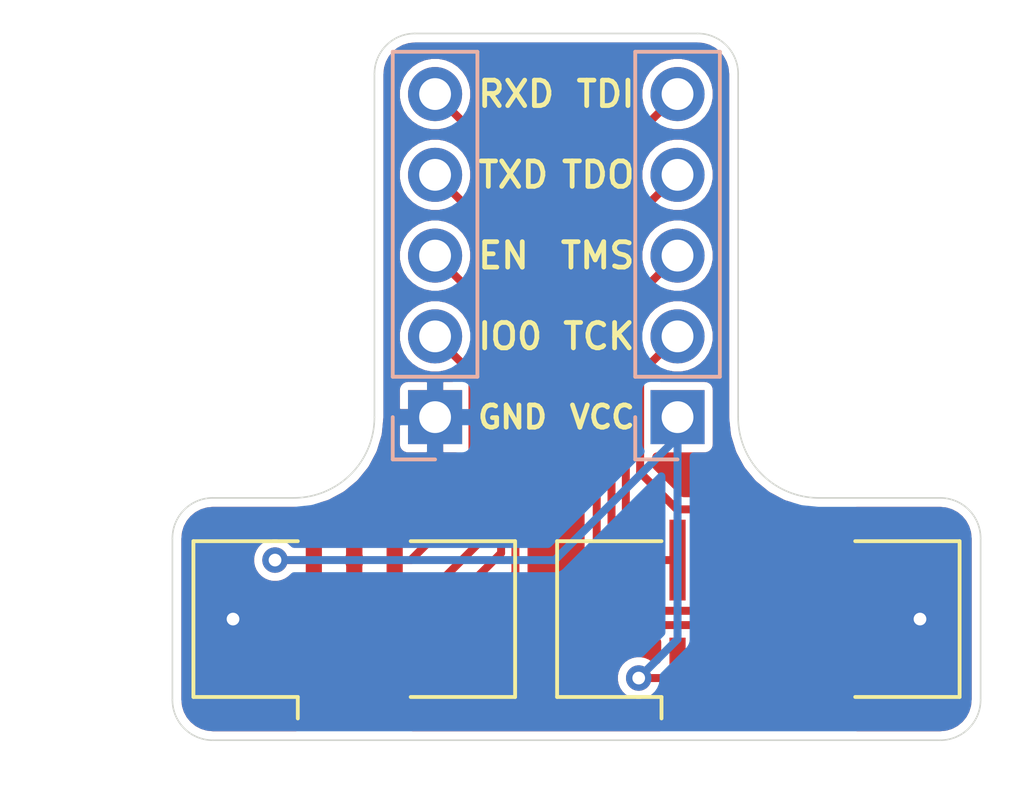
<source format=kicad_pcb>
(kicad_pcb (version 20171130) (host pcbnew "(5.1.5)-3")

  (general
    (thickness 1.6)
    (drawings 26)
    (tracks 60)
    (zones 0)
    (modules 4)
    (nets 11)
  )

  (page A4)
  (layers
    (0 F.Cu signal)
    (31 B.Cu signal)
    (32 B.Adhes user)
    (33 F.Adhes user)
    (34 B.Paste user)
    (35 F.Paste user)
    (36 B.SilkS user)
    (37 F.SilkS user)
    (38 B.Mask user)
    (39 F.Mask user)
    (40 Dwgs.User user)
    (41 Cmts.User user)
    (42 Eco1.User user)
    (43 Eco2.User user)
    (44 Edge.Cuts user)
    (45 Margin user)
    (46 B.CrtYd user)
    (47 F.CrtYd user)
    (48 B.Fab user)
    (49 F.Fab user)
  )

  (setup
    (last_trace_width 0.25)
    (user_trace_width 0.508)
    (trace_clearance 0.2)
    (zone_clearance 0.256)
    (zone_45_only yes)
    (trace_min 0.2)
    (via_size 0.8)
    (via_drill 0.4)
    (via_min_size 0.4)
    (via_min_drill 0.3)
    (uvia_size 0.3)
    (uvia_drill 0.1)
    (uvias_allowed no)
    (uvia_min_size 0.2)
    (uvia_min_drill 0.1)
    (edge_width 0.05)
    (segment_width 0.2)
    (pcb_text_width 0.3)
    (pcb_text_size 1.5 1.5)
    (mod_edge_width 0.12)
    (mod_text_size 1 1)
    (mod_text_width 0.15)
    (pad_size 2.54 0.508)
    (pad_drill 0)
    (pad_to_mask_clearance 0.051)
    (solder_mask_min_width 0.25)
    (aux_axis_origin 0 0)
    (visible_elements 7FFFFFFF)
    (pcbplotparams
      (layerselection 0x010fc_ffffffff)
      (usegerberextensions false)
      (usegerberattributes false)
      (usegerberadvancedattributes false)
      (creategerberjobfile false)
      (excludeedgelayer true)
      (linewidth 0.100000)
      (plotframeref false)
      (viasonmask false)
      (mode 1)
      (useauxorigin false)
      (hpglpennumber 1)
      (hpglpenspeed 20)
      (hpglpendiameter 15.000000)
      (psnegative false)
      (psa4output false)
      (plotreference true)
      (plotvalue true)
      (plotinvisibletext false)
      (padsonsilk false)
      (subtractmaskfromsilk true)
      (outputformat 1)
      (mirror false)
      (drillshape 0)
      (scaleselection 1)
      (outputdirectory "gerbers"))
  )

  (net 0 "")
  (net 1 /IO0)
  (net 2 GND)
  (net 3 VCC)
  (net 4 /RXD)
  (net 5 /TXD)
  (net 6 /EN)
  (net 7 /TDI)
  (net 8 /TDO)
  (net 9 /TCK)
  (net 10 /TMS)

  (net_class Default "This is the default net class."
    (clearance 0.2)
    (trace_width 0.25)
    (via_dia 0.8)
    (via_drill 0.4)
    (uvia_dia 0.3)
    (uvia_drill 0.1)
    (add_net /EN)
    (add_net /IO0)
    (add_net /RXD)
    (add_net /TCK)
    (add_net /TDI)
    (add_net /TDO)
    (add_net /TMS)
    (add_net /TXD)
    (add_net GND)
    (add_net VCC)
  )

  (module Connector_PinHeader_2.54mm:PinHeader_1x05_P2.54mm_Vertical (layer B.Cu) (tedit 59FED5CC) (tstamp 5FF63B0B)
    (at 74.93 81.915)
    (descr "Through hole straight pin header, 1x05, 2.54mm pitch, single row")
    (tags "Through hole pin header THT 1x05 2.54mm single row")
    (path /5FF6600E)
    (fp_text reference J4 (at 1.905 -6.35 180) (layer B.SilkS) hide
      (effects (font (size 0.5 0.5) (thickness 0.125)) (justify right mirror))
    )
    (fp_text value Conn_01x05_Male (at 11.43 -6.35 270) (layer B.Fab)
      (effects (font (size 1 1) (thickness 0.15)))
    )
    (fp_text user %R (at 0 -5.08 -90) (layer B.Fab)
      (effects (font (size 1 1) (thickness 0.15)) (justify mirror))
    )
    (fp_line (start 1.8 1.8) (end -1.8 1.8) (layer B.CrtYd) (width 0.05))
    (fp_line (start 1.8 -11.95) (end 1.8 1.8) (layer B.CrtYd) (width 0.05))
    (fp_line (start -1.8 -11.95) (end 1.8 -11.95) (layer B.CrtYd) (width 0.05))
    (fp_line (start -1.8 1.8) (end -1.8 -11.95) (layer B.CrtYd) (width 0.05))
    (fp_line (start -1.33 1.33) (end 0 1.33) (layer B.SilkS) (width 0.12))
    (fp_line (start -1.33 0) (end -1.33 1.33) (layer B.SilkS) (width 0.12))
    (fp_line (start -1.33 -1.27) (end 1.33 -1.27) (layer B.SilkS) (width 0.12))
    (fp_line (start 1.33 -1.27) (end 1.33 -11.49) (layer B.SilkS) (width 0.12))
    (fp_line (start -1.33 -1.27) (end -1.33 -11.49) (layer B.SilkS) (width 0.12))
    (fp_line (start -1.33 -11.49) (end 1.33 -11.49) (layer B.SilkS) (width 0.12))
    (fp_line (start -1.27 0.635) (end -0.635 1.27) (layer B.Fab) (width 0.1))
    (fp_line (start -1.27 -11.43) (end -1.27 0.635) (layer B.Fab) (width 0.1))
    (fp_line (start 1.27 -11.43) (end -1.27 -11.43) (layer B.Fab) (width 0.1))
    (fp_line (start 1.27 1.27) (end 1.27 -11.43) (layer B.Fab) (width 0.1))
    (fp_line (start -0.635 1.27) (end 1.27 1.27) (layer B.Fab) (width 0.1))
    (pad 5 thru_hole oval (at 0 -10.16) (size 1.7 1.7) (drill 1) (layers *.Cu *.Mask)
      (net 4 /RXD))
    (pad 4 thru_hole oval (at 0 -7.62) (size 1.7 1.7) (drill 1) (layers *.Cu *.Mask)
      (net 5 /TXD))
    (pad 3 thru_hole oval (at 0 -5.08) (size 1.7 1.7) (drill 1) (layers *.Cu *.Mask)
      (net 6 /EN))
    (pad 2 thru_hole oval (at 0 -2.54) (size 1.7 1.7) (drill 1) (layers *.Cu *.Mask)
      (net 1 /IO0))
    (pad 1 thru_hole rect (at 0 0) (size 1.7 1.7) (drill 1) (layers *.Cu *.Mask)
      (net 2 GND))
    (model ${KISYS3DMOD}/Connector_PinHeader_2.54mm.3dshapes/PinHeader_1x05_P2.54mm_Vertical.wrl
      (at (xyz 0 0 0))
      (scale (xyz 1 1 1))
      (rotate (xyz 0 0 0))
    )
  )

  (module Connector_PinHeader_2.54mm:PinHeader_1x05_P2.54mm_Vertical (layer B.Cu) (tedit 59FED5CC) (tstamp 5FF63AF2)
    (at 82.55 81.915)
    (descr "Through hole straight pin header, 1x05, 2.54mm pitch, single row")
    (tags "Through hole pin header THT 1x05 2.54mm single row")
    (path /5FF658C1)
    (fp_text reference J3 (at -1.905 -6.35) (layer B.SilkS) hide
      (effects (font (size 0.5 0.5) (thickness 0.125)) (justify left mirror))
    )
    (fp_text value Conn_01x05_Male (at -11.43 -6.35 270) (layer B.Fab)
      (effects (font (size 1 1) (thickness 0.15)))
    )
    (fp_text user %R (at 0 -5.08 -90) (layer B.Fab)
      (effects (font (size 1 1) (thickness 0.15)) (justify mirror))
    )
    (fp_line (start 1.8 1.8) (end -1.8 1.8) (layer B.CrtYd) (width 0.05))
    (fp_line (start 1.8 -11.95) (end 1.8 1.8) (layer B.CrtYd) (width 0.05))
    (fp_line (start -1.8 -11.95) (end 1.8 -11.95) (layer B.CrtYd) (width 0.05))
    (fp_line (start -1.8 1.8) (end -1.8 -11.95) (layer B.CrtYd) (width 0.05))
    (fp_line (start -1.33 1.33) (end 0 1.33) (layer B.SilkS) (width 0.12))
    (fp_line (start -1.33 0) (end -1.33 1.33) (layer B.SilkS) (width 0.12))
    (fp_line (start -1.33 -1.27) (end 1.33 -1.27) (layer B.SilkS) (width 0.12))
    (fp_line (start 1.33 -1.27) (end 1.33 -11.49) (layer B.SilkS) (width 0.12))
    (fp_line (start -1.33 -1.27) (end -1.33 -11.49) (layer B.SilkS) (width 0.12))
    (fp_line (start -1.33 -11.49) (end 1.33 -11.49) (layer B.SilkS) (width 0.12))
    (fp_line (start -1.27 0.635) (end -0.635 1.27) (layer B.Fab) (width 0.1))
    (fp_line (start -1.27 -11.43) (end -1.27 0.635) (layer B.Fab) (width 0.1))
    (fp_line (start 1.27 -11.43) (end -1.27 -11.43) (layer B.Fab) (width 0.1))
    (fp_line (start 1.27 1.27) (end 1.27 -11.43) (layer B.Fab) (width 0.1))
    (fp_line (start -0.635 1.27) (end 1.27 1.27) (layer B.Fab) (width 0.1))
    (pad 5 thru_hole oval (at 0 -10.16) (size 1.7 1.7) (drill 1) (layers *.Cu *.Mask)
      (net 7 /TDI))
    (pad 4 thru_hole oval (at 0 -7.62) (size 1.7 1.7) (drill 1) (layers *.Cu *.Mask)
      (net 8 /TDO))
    (pad 3 thru_hole oval (at 0 -5.08) (size 1.7 1.7) (drill 1) (layers *.Cu *.Mask)
      (net 10 /TMS))
    (pad 2 thru_hole oval (at 0 -2.54) (size 1.7 1.7) (drill 1) (layers *.Cu *.Mask)
      (net 9 /TCK))
    (pad 1 thru_hole rect (at 0 0) (size 1.7 1.7) (drill 1) (layers *.Cu *.Mask)
      (net 3 VCC))
    (model ${KISYS3DMOD}/Connector_PinHeader_2.54mm.3dshapes/PinHeader_1x05_P2.54mm_Vertical.wrl
      (at (xyz 0 0 0))
      (scale (xyz 1 1 1))
      (rotate (xyz 0 0 0))
    )
  )

  (module Connector_IDC:IDC-Header_2x05_P1.27mm_Vertical_SMD (layer F.Cu) (tedit 5FC1A58E) (tstamp 5FF63AD9)
    (at 82.55 88.9 90)
    (descr "Surface mounted IDC box header, 2x05, 1.27mm pitch, double rows (")
    (tags "Surface mounted vertical IDC box header SMD 2x05 1.27mm double row")
    (path /5FF64F81)
    (attr smd)
    (fp_text reference J2 (at -2.54 -1.905 180) (layer F.SilkS) hide
      (effects (font (size 0.5 0.5) (thickness 0.125)) (justify left))
    )
    (fp_text value ESP-PROG-Debug (at -4.445 3.81 180) (layer F.Fab)
      (effects (font (size 1 1) (thickness 0.15)))
    )
    (fp_text user %R (at 0.635 2.54) (layer F.Fab)
      (effects (font (size 1 1) (thickness 0.15)))
    )
    (fp_line (start 4.26 -4.185) (end -2.99 -4.185) (layer F.CrtYd) (width 0.05))
    (fp_line (start 4.26 9.265) (end 4.26 -4.185) (layer F.CrtYd) (width 0.05))
    (fp_line (start -2.99 9.265) (end 4.26 9.265) (layer F.CrtYd) (width 0.05))
    (fp_line (start -2.99 -4.185) (end -2.99 9.265) (layer F.CrtYd) (width 0.05))
    (fp_line (start 3.085 8.865) (end 3.085 5.584) (layer F.SilkS) (width 0.12))
    (fp_line (start -1.815 8.865) (end 3.085 8.865) (layer F.SilkS) (width 0.12))
    (fp_line (start -1.815 5.584) (end -1.815 8.865) (layer F.SilkS) (width 0.12))
    (fp_line (start 3.085 -3.785) (end 3.085 -0.504) (layer F.SilkS) (width 0.12))
    (fp_line (start -1.815 -3.785) (end 3.085 -3.785) (layer F.SilkS) (width 0.12))
    (fp_line (start -1.815 -0.504) (end -1.815 -3.785) (layer F.SilkS) (width 0.12))
    (fp_line (start -2.49 -0.504) (end -1.815 -0.504) (layer F.SilkS) (width 0.12))
    (fp_line (start -0.715 4.59) (end -1.715 4.59) (layer F.Fab) (width 0.1))
    (fp_line (start -0.715 7.765) (end -0.715 4.59) (layer F.Fab) (width 0.1))
    (fp_line (start 1.985 7.765) (end -0.715 7.765) (layer F.Fab) (width 0.1))
    (fp_line (start 1.985 -2.685) (end 1.985 7.765) (layer F.Fab) (width 0.1))
    (fp_line (start -0.715 -2.685) (end 1.985 -2.685) (layer F.Fab) (width 0.1))
    (fp_line (start -0.715 0.49) (end -0.715 -2.685) (layer F.Fab) (width 0.1))
    (fp_line (start -1.715 0.49) (end -0.715 0.49) (layer F.Fab) (width 0.1))
    (fp_line (start -1.715 8.765) (end -1.715 -2.685) (layer F.Fab) (width 0.1))
    (fp_line (start 2.985 8.765) (end -1.715 8.765) (layer F.Fab) (width 0.1))
    (fp_line (start 2.985 -3.685) (end 2.985 8.765) (layer F.Fab) (width 0.1))
    (fp_line (start -0.715 -3.685) (end 2.985 -3.685) (layer F.Fab) (width 0.1))
    (fp_line (start -1.715 -2.685) (end -0.715 -3.685) (layer F.Fab) (width 0.1))
    (pad 10 smd rect (at 2.49 5.08 90) (size 2.54 0.508) (layers F.Cu F.Paste F.Mask))
    (pad 8 smd rect (at 2.49 3.81 90) (size 2.54 0.508) (layers F.Cu F.Paste F.Mask)
      (net 7 /TDI))
    (pad 6 smd rect (at 2.49 2.54 90) (size 2.54 0.508) (layers F.Cu F.Paste F.Mask)
      (net 8 /TDO))
    (pad 4 smd rect (at 2.49 1.27 90) (size 2.54 0.508) (layers F.Cu F.Paste F.Mask)
      (net 9 /TCK))
    (pad 2 smd rect (at 2.49 0 90) (size 2.54 0.508) (layers F.Cu F.Paste F.Mask)
      (net 10 /TMS))
    (pad 9 smd rect (at -1.22 5.08 90) (size 2.54 0.508) (layers F.Cu F.Paste F.Mask)
      (net 2 GND))
    (pad 7 smd rect (at -1.22 3.81 90) (size 2.54 0.508) (layers F.Cu F.Paste F.Mask)
      (net 2 GND))
    (pad 5 smd rect (at -1.22 2.54 90) (size 2.54 0.508) (layers F.Cu F.Paste F.Mask)
      (net 2 GND))
    (pad 3 smd rect (at -1.22 1.27 90) (size 2.54 0.508) (layers F.Cu F.Paste F.Mask)
      (net 2 GND))
    (pad 1 smd rect (at -1.22 0 90) (size 2.54 0.508) (layers F.Cu F.Paste F.Mask)
      (net 3 VCC))
    (model ${KISYS3DMOD}/Connector_IDC.3dshapes/IDC-Header_2x05_P1.27mm_Vertical_SMD.wrl
      (at (xyz 0 0 0))
      (scale (xyz 1 1 1))
      (rotate (xyz 0 0 0))
    )
  )

  (module Connector_IDC:IDC-Header_2x03_P1.27mm_Vertical_SMD (layer F.Cu) (tedit 6003331D) (tstamp 5FF63AB3)
    (at 71.12 88.9 90)
    (descr "Surface mounted IDC box header, 2x03, 1.27mm pitch, double rows (")
    (tags "Surface mounted vertical IDC box header SMD 2x03 1.27mm double row")
    (path /5FF64B1B)
    (attr smd)
    (fp_text reference J1 (at -2.54 4.445 180) (layer F.SilkS) hide
      (effects (font (size 0.5 0.5) (thickness 0.125)) (justify right))
    )
    (fp_text value ESP-PROG-Program (at -4.445 -1.905 180) (layer F.Fab)
      (effects (font (size 1 1) (thickness 0.15)))
    )
    (fp_text user %R (at 0.635 1.27) (layer F.Fab)
      (effects (font (size 1 1) (thickness 0.15)))
    )
    (fp_line (start 4.26 -4.185) (end -2.99 -4.185) (layer F.CrtYd) (width 0.05))
    (fp_line (start 4.26 6.725) (end 4.26 -4.185) (layer F.CrtYd) (width 0.05))
    (fp_line (start -2.99 6.725) (end 4.26 6.725) (layer F.CrtYd) (width 0.05))
    (fp_line (start -2.99 -4.185) (end -2.99 6.725) (layer F.CrtYd) (width 0.05))
    (fp_line (start 3.085 6.325) (end 3.085 3.044) (layer F.SilkS) (width 0.12))
    (fp_line (start -1.815 6.325) (end 3.085 6.325) (layer F.SilkS) (width 0.12))
    (fp_line (start -1.815 3.044) (end -1.815 6.325) (layer F.SilkS) (width 0.12))
    (fp_line (start 3.085 -3.785) (end 3.085 -0.504) (layer F.SilkS) (width 0.12))
    (fp_line (start -1.815 -3.785) (end 3.085 -3.785) (layer F.SilkS) (width 0.12))
    (fp_line (start -1.815 -0.504) (end -1.815 -3.785) (layer F.SilkS) (width 0.12))
    (fp_line (start -2.49 -0.504) (end -1.815 -0.504) (layer F.SilkS) (width 0.12))
    (fp_line (start -0.715 3.32) (end -1.715 3.32) (layer F.Fab) (width 0.1))
    (fp_line (start -0.715 5.225) (end -0.715 3.32) (layer F.Fab) (width 0.1))
    (fp_line (start 1.985 5.225) (end -0.715 5.225) (layer F.Fab) (width 0.1))
    (fp_line (start 1.985 -2.685) (end 1.985 5.225) (layer F.Fab) (width 0.1))
    (fp_line (start -0.715 -2.685) (end 1.985 -2.685) (layer F.Fab) (width 0.1))
    (fp_line (start -0.715 -0.78) (end -0.715 -2.685) (layer F.Fab) (width 0.1))
    (fp_line (start -1.715 -0.78) (end -0.715 -0.78) (layer F.Fab) (width 0.1))
    (fp_line (start -1.715 6.225) (end -1.715 -2.685) (layer F.Fab) (width 0.1))
    (fp_line (start 2.985 6.225) (end -1.715 6.225) (layer F.Fab) (width 0.1))
    (fp_line (start 2.985 -3.685) (end 2.985 6.225) (layer F.Fab) (width 0.1))
    (fp_line (start -0.715 -3.685) (end 2.985 -3.685) (layer F.Fab) (width 0.1))
    (fp_line (start -1.715 -2.685) (end -0.715 -3.685) (layer F.Fab) (width 0.1))
    (pad 6 smd rect (at 2.49 2.54 90) (size 2.54 0.508) (layers F.Cu F.Paste F.Mask)
      (net 1 /IO0))
    (pad 4 smd rect (at 2.49 1.27 90) (size 2.54 0.508) (layers F.Cu F.Paste F.Mask)
      (net 2 GND))
    (pad 2 smd rect (at 2.49 0 90) (size 2.54 0.508) (layers F.Cu F.Paste F.Mask)
      (net 3 VCC))
    (pad 5 smd rect (at -1.22 2.54 90) (size 2.54 0.508) (layers F.Cu F.Paste F.Mask)
      (net 4 /RXD))
    (pad 3 smd rect (at -1.22 1.27 90) (size 2.54 0.508) (layers F.Cu F.Paste F.Mask)
      (net 5 /TXD))
    (pad 1 smd rect (at -1.22 0 90) (size 2.54 0.508) (layers F.Cu F.Paste F.Mask)
      (net 6 /EN))
    (model ${KISYS3DMOD}/Connector_IDC.3dshapes/IDC-Header_2x03_P1.27mm_Vertical_SMD.wrl
      (at (xyz 0 0 0))
      (scale (xyz 1 1 1))
      (rotate (xyz 0 0 0))
    )
  )

  (gr_text GND (at 76.2 81.915) (layer F.SilkS) (tstamp 5FF64205)
    (effects (font (size 0.7 0.7) (thickness 0.15)) (justify left))
  )
  (gr_text TMS (at 81.28 76.835) (layer F.SilkS) (tstamp 5FF64202)
    (effects (font (size 0.8 0.8) (thickness 0.15)) (justify right))
  )
  (gr_text TCK (at 81.28 79.375) (layer F.SilkS) (tstamp 5FF641FF)
    (effects (font (size 0.8 0.8) (thickness 0.15)) (justify right))
  )
  (gr_text TDO (at 81.28 74.295) (layer F.SilkS) (tstamp 5FF641FC)
    (effects (font (size 0.8 0.8) (thickness 0.15)) (justify right))
  )
  (gr_text VCC (at 81.28 81.915) (layer F.SilkS) (tstamp 5FF641F5)
    (effects (font (size 0.7 0.7) (thickness 0.15)) (justify right))
  )
  (gr_text EN (at 76.2 76.835) (layer F.SilkS) (tstamp 5FF641F2)
    (effects (font (size 0.8 0.8) (thickness 0.15)) (justify left))
  )
  (gr_text TXD (at 76.2 74.295) (layer F.SilkS) (tstamp 5FF641EE)
    (effects (font (size 0.8 0.8) (thickness 0.15)) (justify left))
  )
  (gr_text RXD (at 76.2 71.755) (layer F.SilkS) (tstamp 5FF641EA)
    (effects (font (size 0.8 0.8) (thickness 0.15)) (justify left))
  )
  (gr_text TDI (at 81.28 71.755) (layer F.SilkS) (tstamp 5FF641C4)
    (effects (font (size 0.8 0.8) (thickness 0.15)) (justify right))
  )
  (gr_text IO0 (at 76.2 79.375) (layer F.SilkS)
    (effects (font (size 0.8 0.8) (thickness 0.15)) (justify left))
  )
  (gr_arc (start 90.805 85.725) (end 92.075 85.725) (angle -90) (layer Edge.Cuts) (width 0.05))
  (gr_arc (start 90.805 90.805) (end 90.805 92.075) (angle -90) (layer Edge.Cuts) (width 0.05))
  (gr_arc (start 67.945 90.805) (end 66.675 90.805) (angle -90) (layer Edge.Cuts) (width 0.05))
  (gr_arc (start 67.945 85.725) (end 67.945 84.455) (angle -90) (layer Edge.Cuts) (width 0.05))
  (gr_arc (start 86.995 81.915) (end 84.455 81.915) (angle -90) (layer Edge.Cuts) (width 0.05))
  (gr_arc (start 70.485 81.915) (end 70.485 84.455) (angle -90) (layer Edge.Cuts) (width 0.05))
  (gr_arc (start 74.295 71.12) (end 74.295 69.85) (angle -90) (layer Edge.Cuts) (width 0.05))
  (gr_arc (start 83.185 71.12) (end 84.455 71.12) (angle -90) (layer Edge.Cuts) (width 0.05))
  (gr_line (start 83.185 69.85) (end 74.295 69.85) (layer Edge.Cuts) (width 0.05))
  (gr_line (start 84.455 81.915) (end 84.455 71.12) (layer Edge.Cuts) (width 0.05))
  (gr_line (start 90.805 84.455) (end 86.995 84.455) (layer Edge.Cuts) (width 0.05))
  (gr_line (start 92.075 90.805) (end 92.075 85.725) (layer Edge.Cuts) (width 0.05))
  (gr_line (start 67.945 92.075) (end 90.805 92.075) (layer Edge.Cuts) (width 0.05))
  (gr_line (start 66.675 85.725) (end 66.675 90.805) (layer Edge.Cuts) (width 0.05))
  (gr_line (start 70.485 84.455) (end 67.945 84.455) (layer Edge.Cuts) (width 0.05))
  (gr_line (start 73.025 71.12) (end 73.025 81.915) (layer Edge.Cuts) (width 0.05))

  (segment (start 76.105001 80.550001) (end 74.93 79.375) (width 0.25) (layer F.Cu) (net 1))
  (segment (start 76.105001 84.468999) (end 76.105001 80.550001) (width 0.25) (layer F.Cu) (net 1))
  (segment (start 73.66 86.41) (end 74.164 86.41) (width 0.25) (layer F.Cu) (net 1))
  (segment (start 74.164 86.41) (end 76.105001 84.468999) (width 0.25) (layer F.Cu) (net 1))
  (via (at 90.17 88.265) (size 0.8) (drill 0.4) (layers F.Cu B.Cu) (net 2))
  (via (at 68.58 88.265) (size 0.8) (drill 0.4) (layers F.Cu B.Cu) (net 2))
  (segment (start 71.12 86.41) (end 69.9 86.41) (width 0.25) (layer F.Cu) (net 3))
  (segment (start 69.9 86.41) (end 69.9 86.41) (width 0.25) (layer F.Cu) (net 3) (tstamp 5FF647A4))
  (segment (start 82.55 90.12) (end 81.33 90.12) (width 0.25) (layer F.Cu) (net 3))
  (segment (start 81.33 90.12) (end 81.33 90.12) (width 0.25) (layer F.Cu) (net 3) (tstamp 5FF647A8))
  (segment (start 69.9 86.41) (end 69.9 86.41) (width 0.25) (layer F.Cu) (net 3) (tstamp 5FF64928))
  (segment (start 69.9 86.41) (end 69.9 86.41) (width 0.25) (layer F.Cu) (net 3) (tstamp 5FF64AE2))
  (segment (start 81.33 90.12) (end 81.33 90.12) (width 0.25) (layer F.Cu) (net 3) (tstamp 5FF64D50))
  (via (at 81.33 90.12) (size 0.8) (drill 0.4) (layers F.Cu B.Cu) (net 3))
  (segment (start 82.55 88.9) (end 81.33 90.12) (width 0.25) (layer B.Cu) (net 3))
  (segment (start 82.55 82.55) (end 82.55 88.9) (width 0.25) (layer B.Cu) (net 3))
  (segment (start 69.9 86.41) (end 69.9 86.41) (width 0.25) (layer F.Cu) (net 3) (tstamp 5FF64D52))
  (segment (start 69.9 86.41) (end 69.9 86.41) (width 0.25) (layer F.Cu) (net 3) (tstamp 5FF64E82))
  (segment (start 69.9 86.41) (end 69.9 86.41) (width 0.25) (layer F.Cu) (net 3) (tstamp 5FF64EC1))
  (via (at 69.9 86.41) (size 0.8) (drill 0.4) (layers F.Cu B.Cu) (net 3))
  (segment (start 78.69 86.41) (end 69.9 86.41) (width 0.25) (layer B.Cu) (net 3))
  (segment (start 82.55 82.55) (end 78.69 86.41) (width 0.25) (layer B.Cu) (net 3))
  (segment (start 77.455029 74.280029) (end 74.93 71.755) (width 0.25) (layer F.Cu) (net 4))
  (segment (start 73.66 90.12) (end 74.164 90.12) (width 0.25) (layer F.Cu) (net 4))
  (segment (start 77.455029 86.828971) (end 77.455029 74.280029) (width 0.25) (layer F.Cu) (net 4))
  (segment (start 74.164 90.12) (end 77.455029 86.828971) (width 0.25) (layer F.Cu) (net 4))
  (segment (start 72.39 88.6) (end 72.465001 88.524999) (width 0.25) (layer F.Cu) (net 5))
  (segment (start 72.39 90.12) (end 72.39 88.6) (width 0.25) (layer F.Cu) (net 5))
  (segment (start 72.465001 88.524999) (end 74.670001 88.524999) (width 0.25) (layer F.Cu) (net 5))
  (segment (start 77.00502 76.37002) (end 74.93 74.295) (width 0.25) (layer F.Cu) (net 5))
  (segment (start 74.670001 88.524999) (end 77.00502 86.18998) (width 0.25) (layer F.Cu) (net 5))
  (segment (start 77.00502 86.18998) (end 77.00502 76.37002) (width 0.25) (layer F.Cu) (net 5))
  (segment (start 71.12 88.265) (end 71.379999 88.005001) (width 0.25) (layer F.Cu) (net 6))
  (segment (start 71.379999 88.005001) (end 74.174001 88.005001) (width 0.25) (layer F.Cu) (net 6))
  (segment (start 71.12 90.12) (end 71.12 88.265) (width 0.25) (layer F.Cu) (net 6))
  (segment (start 74.174001 88.005001) (end 76.55501 85.623992) (width 0.25) (layer F.Cu) (net 6))
  (segment (start 76.55501 78.46001) (end 74.93 76.835) (width 0.25) (layer F.Cu) (net 6))
  (segment (start 76.55501 85.623992) (end 76.55501 78.46001) (width 0.25) (layer F.Cu) (net 6))
  (segment (start 80.01 74.295) (end 82.55 71.755) (width 0.25) (layer F.Cu) (net 7))
  (segment (start 86.36 87.93) (end 85.83499 88.45501) (width 0.25) (layer F.Cu) (net 7))
  (segment (start 85.83499 88.45501) (end 81.849598 88.45501) (width 0.25) (layer F.Cu) (net 7))
  (segment (start 81.849598 88.45501) (end 80.01 86.615412) (width 0.25) (layer F.Cu) (net 7))
  (segment (start 86.36 86.41) (end 86.36 87.93) (width 0.25) (layer F.Cu) (net 7))
  (segment (start 80.01 86.615412) (end 80.01 74.295) (width 0.25) (layer F.Cu) (net 7))
  (segment (start 80.474981 76.370019) (end 82.55 74.295) (width 0.25) (layer F.Cu) (net 8))
  (segment (start 85.09 87.93) (end 85.014999 88.005001) (width 0.25) (layer F.Cu) (net 8))
  (segment (start 85.09 86.41) (end 85.09 87.93) (width 0.25) (layer F.Cu) (net 8))
  (segment (start 80.474981 86.443983) (end 80.474981 76.370019) (width 0.25) (layer F.Cu) (net 8))
  (segment (start 85.014999 88.005001) (end 82.035999 88.005001) (width 0.25) (layer F.Cu) (net 8))
  (segment (start 82.035999 88.005001) (end 80.474981 86.443983) (width 0.25) (layer F.Cu) (net 8))
  (segment (start 81.374999 80.550001) (end 82.55 79.375) (width 0.25) (layer F.Cu) (net 9))
  (segment (start 83.82 84.89) (end 83.744999 84.814999) (width 0.25) (layer F.Cu) (net 9))
  (segment (start 83.82 86.41) (end 83.82 84.89) (width 0.25) (layer F.Cu) (net 9))
  (segment (start 81.374999 83.660001) (end 81.374999 80.550001) (width 0.25) (layer F.Cu) (net 9))
  (segment (start 83.744999 84.814999) (end 82.529997 84.814999) (width 0.25) (layer F.Cu) (net 9))
  (segment (start 82.529997 84.814999) (end 81.374999 83.660001) (width 0.25) (layer F.Cu) (net 9))
  (segment (start 80.92499 78.46001) (end 82.55 76.835) (width 0.25) (layer F.Cu) (net 10))
  (segment (start 80.92499 85.28899) (end 80.92499 78.46001) (width 0.25) (layer F.Cu) (net 10))
  (segment (start 82.55 86.41) (end 82.046 86.41) (width 0.25) (layer F.Cu) (net 10))
  (segment (start 82.046 86.41) (end 80.92499 85.28899) (width 0.25) (layer F.Cu) (net 10))

  (zone (net 2) (net_name GND) (layer F.Cu) (tstamp 5FF66672) (hatch full 0.508)
    (connect_pads (clearance 0.256))
    (min_thickness 0.3)
    (fill yes (arc_segments 32) (thermal_gap 0.256) (thermal_bridge_width 0.508))
    (polygon
      (pts
        (xy 85.09 83.82) (xy 92.71 83.82) (xy 92.71 92.71) (xy 66.04 92.71) (xy 66.04 83.82)
        (xy 72.39 83.82) (xy 72.39 69.215) (xy 85.09 69.215)
      )
    )
    (filled_polygon
      (pts
        (xy 90.967562 84.904006) (xy 91.123927 84.951216) (xy 91.268153 85.027902) (xy 91.394732 85.131138) (xy 91.498848 85.256992)
        (xy 91.576537 85.400674) (xy 91.62484 85.556713) (xy 91.644001 85.739026) (xy 91.644 90.783921) (xy 91.625994 90.967562)
        (xy 91.578784 91.123929) (xy 91.502097 91.268155) (xy 91.398863 91.394732) (xy 91.273008 91.498848) (xy 91.129324 91.576538)
        (xy 90.973287 91.62484) (xy 90.790984 91.644) (xy 88.200767 91.644) (xy 88.22321 91.616653) (xy 88.26091 91.546121)
        (xy 88.284125 91.46959) (xy 88.291964 91.39) (xy 88.29 90.3255) (xy 88.1885 90.224) (xy 87.734 90.224)
        (xy 87.734 90.244) (xy 87.526 90.244) (xy 87.526 90.224) (xy 87.0715 90.224) (xy 86.995 90.3005)
        (xy 86.9185 90.224) (xy 86.464 90.224) (xy 86.464 90.244) (xy 86.256 90.244) (xy 86.256 90.224)
        (xy 85.8015 90.224) (xy 85.725 90.3005) (xy 85.6485 90.224) (xy 85.194 90.224) (xy 85.194 90.244)
        (xy 84.986 90.244) (xy 84.986 90.224) (xy 84.5315 90.224) (xy 84.455 90.3005) (xy 84.3785 90.224)
        (xy 83.924 90.224) (xy 83.924 90.244) (xy 83.716 90.244) (xy 83.716 90.224) (xy 83.696 90.224)
        (xy 83.696 90.016) (xy 83.716 90.016) (xy 83.716 89.996) (xy 83.924 89.996) (xy 83.924 90.016)
        (xy 84.3785 90.016) (xy 84.455 89.9395) (xy 84.5315 90.016) (xy 84.986 90.016) (xy 84.986 89.996)
        (xy 85.194 89.996) (xy 85.194 90.016) (xy 85.6485 90.016) (xy 85.725 89.9395) (xy 85.8015 90.016)
        (xy 86.256 90.016) (xy 86.256 89.996) (xy 86.464 89.996) (xy 86.464 90.016) (xy 86.9185 90.016)
        (xy 86.995 89.9395) (xy 87.0715 90.016) (xy 87.526 90.016) (xy 87.526 88.5455) (xy 87.734 88.5455)
        (xy 87.734 90.016) (xy 88.1885 90.016) (xy 88.29 89.9145) (xy 88.291964 88.85) (xy 88.284125 88.77041)
        (xy 88.26091 88.693879) (xy 88.22321 88.623347) (xy 88.172474 88.561526) (xy 88.110653 88.51079) (xy 88.040121 88.47309)
        (xy 87.96359 88.449875) (xy 87.884 88.442036) (xy 87.8355 88.444) (xy 87.734 88.5455) (xy 87.526 88.5455)
        (xy 87.4245 88.444) (xy 87.376 88.442036) (xy 87.29641 88.449875) (xy 87.219879 88.47309) (xy 87.149347 88.51079)
        (xy 87.087526 88.561526) (xy 87.03679 88.623347) (xy 86.99909 88.693879) (xy 86.995 88.707362) (xy 86.99091 88.693879)
        (xy 86.95321 88.623347) (xy 86.902474 88.561526) (xy 86.840653 88.51079) (xy 86.770121 88.47309) (xy 86.69359 88.449875)
        (xy 86.614 88.442036) (xy 86.598274 88.442673) (xy 86.71703 88.323917) (xy 86.73729 88.30729) (xy 86.771997 88.265)
        (xy 86.803646 88.226436) (xy 86.838671 88.160907) (xy 86.852953 88.134188) (xy 86.883317 88.034094) (xy 86.888663 87.979808)
        (xy 86.902474 87.968474) (xy 86.95321 87.906653) (xy 86.99091 87.836121) (xy 86.995 87.822638) (xy 86.99909 87.836121)
        (xy 87.03679 87.906653) (xy 87.087526 87.968474) (xy 87.149347 88.01921) (xy 87.219879 88.05691) (xy 87.29641 88.080125)
        (xy 87.376 88.087964) (xy 87.884 88.087964) (xy 87.96359 88.080125) (xy 88.040121 88.05691) (xy 88.110653 88.01921)
        (xy 88.172474 87.968474) (xy 88.22321 87.906653) (xy 88.26091 87.836121) (xy 88.284125 87.75959) (xy 88.291964 87.68)
        (xy 88.291964 85.14) (xy 88.284125 85.06041) (xy 88.26091 84.983879) (xy 88.22321 84.913347) (xy 88.200767 84.886)
        (xy 90.783921 84.886)
      )
    )
    (filled_polygon
      (pts
        (xy 83.347562 70.299006) (xy 83.503927 70.346216) (xy 83.648153 70.422902) (xy 83.774732 70.526138) (xy 83.878848 70.651992)
        (xy 83.956537 70.795674) (xy 84.00484 70.951713) (xy 84.024001 71.134026) (xy 84.024 81.936167) (xy 84.025947 81.955931)
        (xy 84.025836 81.971794) (xy 84.026423 81.977784) (xy 84.07824 82.47079) (xy 84.086094 82.50905) (xy 84.093415 82.547427)
        (xy 84.095154 82.553188) (xy 84.241743 83.026741) (xy 84.256888 83.062771) (xy 84.271514 83.09897) (xy 84.274333 83.104271)
        (xy 84.274339 83.104285) (xy 84.274347 83.104297) (xy 84.510117 83.540344) (xy 84.531949 83.572712) (xy 84.55335 83.605416)
        (xy 84.557153 83.610079) (xy 84.873137 83.992039) (xy 84.900853 84.019562) (xy 84.928187 84.047475) (xy 84.932824 84.051311)
        (xy 85.316981 84.364621) (xy 85.349488 84.386219) (xy 85.381749 84.408308) (xy 85.387035 84.411166) (xy 85.387043 84.411171)
        (xy 85.387051 84.411174) (xy 85.824739 84.643897) (xy 85.860836 84.658776) (xy 85.89676 84.674172) (xy 85.902505 84.675951)
        (xy 85.902511 84.675953) (xy 86.09263 84.733353) (xy 86.02641 84.739875) (xy 85.949879 84.76309) (xy 85.879347 84.80079)
        (xy 85.817526 84.851526) (xy 85.76679 84.913347) (xy 85.72909 84.983879) (xy 85.725 84.997362) (xy 85.72091 84.983879)
        (xy 85.68321 84.913347) (xy 85.632474 84.851526) (xy 85.570653 84.80079) (xy 85.500121 84.76309) (xy 85.42359 84.739875)
        (xy 85.344 84.732036) (xy 84.836 84.732036) (xy 84.75641 84.739875) (xy 84.679879 84.76309) (xy 84.609347 84.80079)
        (xy 84.547526 84.851526) (xy 84.49679 84.913347) (xy 84.45909 84.983879) (xy 84.455 84.997362) (xy 84.45091 84.983879)
        (xy 84.41321 84.913347) (xy 84.362474 84.851526) (xy 84.348663 84.840192) (xy 84.343317 84.785906) (xy 84.312953 84.685812)
        (xy 84.263646 84.593565) (xy 84.19729 84.51271) (xy 84.177025 84.496079) (xy 84.13892 84.457974) (xy 84.122289 84.437709)
        (xy 84.041434 84.371353) (xy 83.949187 84.322046) (xy 83.849093 84.291682) (xy 83.771083 84.283999) (xy 83.771073 84.283999)
        (xy 83.744999 84.281431) (xy 83.718925 84.283999) (xy 82.749944 84.283999) (xy 81.905999 83.440055) (xy 81.905999 83.172964)
        (xy 83.4 83.172964) (xy 83.47959 83.165125) (xy 83.556121 83.14191) (xy 83.626653 83.10421) (xy 83.688474 83.053474)
        (xy 83.73921 82.991653) (xy 83.77691 82.921121) (xy 83.800125 82.84459) (xy 83.807964 82.765) (xy 83.807964 81.065)
        (xy 83.800125 80.98541) (xy 83.77691 80.908879) (xy 83.73921 80.838347) (xy 83.688474 80.776526) (xy 83.626653 80.72579)
        (xy 83.556121 80.68809) (xy 83.47959 80.664875) (xy 83.4 80.657036) (xy 82.01891 80.657036) (xy 82.119699 80.556248)
        (xy 82.183638 80.582732) (xy 82.426295 80.631) (xy 82.673705 80.631) (xy 82.916362 80.582732) (xy 83.144939 80.488053)
        (xy 83.350653 80.350599) (xy 83.525599 80.175653) (xy 83.663053 79.969939) (xy 83.757732 79.741362) (xy 83.806 79.498705)
        (xy 83.806 79.251295) (xy 83.757732 79.008638) (xy 83.663053 78.780061) (xy 83.525599 78.574347) (xy 83.350653 78.399401)
        (xy 83.144939 78.261947) (xy 82.916362 78.167268) (xy 82.673705 78.119) (xy 82.426295 78.119) (xy 82.183638 78.167268)
        (xy 81.955061 78.261947) (xy 81.749347 78.399401) (xy 81.574401 78.574347) (xy 81.45599 78.751561) (xy 81.45599 78.679956)
        (xy 82.119699 78.016248) (xy 82.183638 78.042732) (xy 82.426295 78.091) (xy 82.673705 78.091) (xy 82.916362 78.042732)
        (xy 83.144939 77.948053) (xy 83.350653 77.810599) (xy 83.525599 77.635653) (xy 83.663053 77.429939) (xy 83.757732 77.201362)
        (xy 83.806 76.958705) (xy 83.806 76.711295) (xy 83.757732 76.468638) (xy 83.663053 76.240061) (xy 83.525599 76.034347)
        (xy 83.350653 75.859401) (xy 83.144939 75.721947) (xy 82.916362 75.627268) (xy 82.673705 75.579) (xy 82.426295 75.579)
        (xy 82.183638 75.627268) (xy 81.955061 75.721947) (xy 81.749347 75.859401) (xy 81.574401 76.034347) (xy 81.436947 76.240061)
        (xy 81.342268 76.468638) (xy 81.294 76.711295) (xy 81.294 76.958705) (xy 81.342268 77.201362) (xy 81.368752 77.265301)
        (xy 81.005981 77.628073) (xy 81.005981 76.589965) (xy 82.119699 75.476248) (xy 82.183638 75.502732) (xy 82.426295 75.551)
        (xy 82.673705 75.551) (xy 82.916362 75.502732) (xy 83.144939 75.408053) (xy 83.350653 75.270599) (xy 83.525599 75.095653)
        (xy 83.663053 74.889939) (xy 83.757732 74.661362) (xy 83.806 74.418705) (xy 83.806 74.171295) (xy 83.757732 73.928638)
        (xy 83.663053 73.700061) (xy 83.525599 73.494347) (xy 83.350653 73.319401) (xy 83.144939 73.181947) (xy 82.916362 73.087268)
        (xy 82.673705 73.039) (xy 82.426295 73.039) (xy 82.183638 73.087268) (xy 81.955061 73.181947) (xy 81.749347 73.319401)
        (xy 81.574401 73.494347) (xy 81.436947 73.700061) (xy 81.342268 73.928638) (xy 81.294 74.171295) (xy 81.294 74.418705)
        (xy 81.342268 74.661362) (xy 81.368752 74.725301) (xy 80.541 75.553054) (xy 80.541 74.514946) (xy 82.119699 72.936248)
        (xy 82.183638 72.962732) (xy 82.426295 73.011) (xy 82.673705 73.011) (xy 82.916362 72.962732) (xy 83.144939 72.868053)
        (xy 83.350653 72.730599) (xy 83.525599 72.555653) (xy 83.663053 72.349939) (xy 83.757732 72.121362) (xy 83.806 71.878705)
        (xy 83.806 71.631295) (xy 83.757732 71.388638) (xy 83.663053 71.160061) (xy 83.525599 70.954347) (xy 83.350653 70.779401)
        (xy 83.144939 70.641947) (xy 82.916362 70.547268) (xy 82.673705 70.499) (xy 82.426295 70.499) (xy 82.183638 70.547268)
        (xy 81.955061 70.641947) (xy 81.749347 70.779401) (xy 81.574401 70.954347) (xy 81.436947 71.160061) (xy 81.342268 71.388638)
        (xy 81.294 71.631295) (xy 81.294 71.878705) (xy 81.342268 72.121362) (xy 81.368752 72.185301) (xy 79.652971 73.901083)
        (xy 79.632711 73.91771) (xy 79.616084 73.93797) (xy 79.616083 73.937971) (xy 79.566354 73.998565) (xy 79.517047 74.090813)
        (xy 79.486684 74.190907) (xy 79.476432 74.295) (xy 79.479001 74.321084) (xy 79.479 86.589338) (xy 79.476432 86.615412)
        (xy 79.479 86.641486) (xy 79.479 86.641495) (xy 79.486683 86.719505) (xy 79.517047 86.819599) (xy 79.566354 86.911847)
        (xy 79.63271 86.992702) (xy 79.652975 87.009333) (xy 81.455681 88.81204) (xy 81.472308 88.8323) (xy 81.492568 88.848927)
        (xy 81.553162 88.898656) (xy 81.591067 88.918916) (xy 81.64541 88.947963) (xy 81.745504 88.978327) (xy 81.823514 88.98601)
        (xy 81.823525 88.98601) (xy 81.849597 88.988578) (xy 81.875669 88.98601) (xy 81.888036 88.98601) (xy 81.888036 89.53818)
        (xy 81.843795 89.493939) (xy 81.711784 89.405732) (xy 81.565102 89.344974) (xy 81.409384 89.314) (xy 81.250616 89.314)
        (xy 81.094898 89.344974) (xy 80.948216 89.405732) (xy 80.816205 89.493939) (xy 80.703939 89.606205) (xy 80.615732 89.738216)
        (xy 80.554974 89.884898) (xy 80.524 90.040616) (xy 80.524 90.199384) (xy 80.554974 90.355102) (xy 80.615732 90.501784)
        (xy 80.703939 90.633795) (xy 80.816205 90.746061) (xy 80.948216 90.834268) (xy 81.094898 90.895026) (xy 81.250616 90.926)
        (xy 81.409384 90.926) (xy 81.565102 90.895026) (xy 81.711784 90.834268) (xy 81.843795 90.746061) (xy 81.888036 90.70182)
        (xy 81.888036 91.39) (xy 81.895875 91.46959) (xy 81.91909 91.546121) (xy 81.95679 91.616653) (xy 81.979233 91.644)
        (xy 74.230767 91.644) (xy 74.25321 91.616653) (xy 74.29091 91.546121) (xy 74.314125 91.46959) (xy 74.321964 91.39)
        (xy 74.321964 90.626975) (xy 74.368188 90.612953) (xy 74.460435 90.563646) (xy 74.54129 90.49729) (xy 74.557921 90.477025)
        (xy 77.812059 87.222888) (xy 77.832319 87.206261) (xy 77.849746 87.185026) (xy 77.898675 87.125407) (xy 77.947982 87.033159)
        (xy 77.947982 87.033158) (xy 77.978346 86.933065) (xy 77.986029 86.855055) (xy 77.986029 86.855045) (xy 77.988597 86.828971)
        (xy 77.986029 86.802897) (xy 77.986029 74.306102) (xy 77.988597 74.280028) (xy 77.986029 74.253954) (xy 77.986029 74.253945)
        (xy 77.978346 74.175935) (xy 77.947982 74.075841) (xy 77.906677 73.998565) (xy 77.898675 73.983593) (xy 77.848946 73.922999)
        (xy 77.832319 73.902739) (xy 77.812059 73.886112) (xy 76.111248 72.185301) (xy 76.137732 72.121362) (xy 76.186 71.878705)
        (xy 76.186 71.631295) (xy 76.137732 71.388638) (xy 76.043053 71.160061) (xy 75.905599 70.954347) (xy 75.730653 70.779401)
        (xy 75.524939 70.641947) (xy 75.296362 70.547268) (xy 75.053705 70.499) (xy 74.806295 70.499) (xy 74.563638 70.547268)
        (xy 74.335061 70.641947) (xy 74.129347 70.779401) (xy 73.954401 70.954347) (xy 73.816947 71.160061) (xy 73.722268 71.388638)
        (xy 73.674 71.631295) (xy 73.674 71.878705) (xy 73.722268 72.121362) (xy 73.816947 72.349939) (xy 73.954401 72.555653)
        (xy 74.129347 72.730599) (xy 74.335061 72.868053) (xy 74.563638 72.962732) (xy 74.806295 73.011) (xy 75.053705 73.011)
        (xy 75.296362 72.962732) (xy 75.360301 72.936248) (xy 76.92403 74.499977) (xy 76.92403 75.538083) (xy 76.111248 74.725301)
        (xy 76.137732 74.661362) (xy 76.186 74.418705) (xy 76.186 74.171295) (xy 76.137732 73.928638) (xy 76.043053 73.700061)
        (xy 75.905599 73.494347) (xy 75.730653 73.319401) (xy 75.524939 73.181947) (xy 75.296362 73.087268) (xy 75.053705 73.039)
        (xy 74.806295 73.039) (xy 74.563638 73.087268) (xy 74.335061 73.181947) (xy 74.129347 73.319401) (xy 73.954401 73.494347)
        (xy 73.816947 73.700061) (xy 73.722268 73.928638) (xy 73.674 74.171295) (xy 73.674 74.418705) (xy 73.722268 74.661362)
        (xy 73.816947 74.889939) (xy 73.954401 75.095653) (xy 74.129347 75.270599) (xy 74.335061 75.408053) (xy 74.563638 75.502732)
        (xy 74.806295 75.551) (xy 75.053705 75.551) (xy 75.296362 75.502732) (xy 75.360301 75.476248) (xy 76.474021 76.589968)
        (xy 76.474021 77.628074) (xy 76.111248 77.265301) (xy 76.137732 77.201362) (xy 76.186 76.958705) (xy 76.186 76.711295)
        (xy 76.137732 76.468638) (xy 76.043053 76.240061) (xy 75.905599 76.034347) (xy 75.730653 75.859401) (xy 75.524939 75.721947)
        (xy 75.296362 75.627268) (xy 75.053705 75.579) (xy 74.806295 75.579) (xy 74.563638 75.627268) (xy 74.335061 75.721947)
        (xy 74.129347 75.859401) (xy 73.954401 76.034347) (xy 73.816947 76.240061) (xy 73.722268 76.468638) (xy 73.674 76.711295)
        (xy 73.674 76.958705) (xy 73.722268 77.201362) (xy 73.816947 77.429939) (xy 73.954401 77.635653) (xy 74.129347 77.810599)
        (xy 74.335061 77.948053) (xy 74.563638 78.042732) (xy 74.806295 78.091) (xy 75.053705 78.091) (xy 75.296362 78.042732)
        (xy 75.360301 78.016248) (xy 76.024011 78.679958) (xy 76.024011 78.751563) (xy 75.905599 78.574347) (xy 75.730653 78.399401)
        (xy 75.524939 78.261947) (xy 75.296362 78.167268) (xy 75.053705 78.119) (xy 74.806295 78.119) (xy 74.563638 78.167268)
        (xy 74.335061 78.261947) (xy 74.129347 78.399401) (xy 73.954401 78.574347) (xy 73.816947 78.780061) (xy 73.722268 79.008638)
        (xy 73.674 79.251295) (xy 73.674 79.498705) (xy 73.722268 79.741362) (xy 73.816947 79.969939) (xy 73.954401 80.175653)
        (xy 74.129347 80.350599) (xy 74.335061 80.488053) (xy 74.563638 80.582732) (xy 74.806295 80.631) (xy 75.053705 80.631)
        (xy 75.296362 80.582732) (xy 75.360301 80.556248) (xy 75.462058 80.658005) (xy 75.1355 80.659) (xy 75.034 80.7605)
        (xy 75.034 81.811) (xy 75.054 81.811) (xy 75.054 82.019) (xy 75.034 82.019) (xy 75.034 83.0695)
        (xy 75.1355 83.171) (xy 75.574001 83.172336) (xy 75.574001 84.249052) (xy 74.321964 85.50109) (xy 74.321964 85.14)
        (xy 74.314125 85.06041) (xy 74.29091 84.983879) (xy 74.25321 84.913347) (xy 74.202474 84.851526) (xy 74.140653 84.80079)
        (xy 74.070121 84.76309) (xy 73.99359 84.739875) (xy 73.914 84.732036) (xy 73.406 84.732036) (xy 73.32641 84.739875)
        (xy 73.249879 84.76309) (xy 73.179347 84.80079) (xy 73.117526 84.851526) (xy 73.06679 84.913347) (xy 73.02909 84.983879)
        (xy 73.025 84.997362) (xy 73.02091 84.983879) (xy 72.98321 84.913347) (xy 72.932474 84.851526) (xy 72.870653 84.80079)
        (xy 72.800121 84.76309) (xy 72.72359 84.739875) (xy 72.644 84.732036) (xy 72.5955 84.734) (xy 72.494 84.8355)
        (xy 72.494 86.306) (xy 72.514 86.306) (xy 72.514 86.514) (xy 72.494 86.514) (xy 72.494 86.534)
        (xy 72.286 86.534) (xy 72.286 86.514) (xy 72.266 86.514) (xy 72.266 86.306) (xy 72.286 86.306)
        (xy 72.286 84.8355) (xy 72.1845 84.734) (xy 72.136 84.732036) (xy 72.05641 84.739875) (xy 71.979879 84.76309)
        (xy 71.909347 84.80079) (xy 71.847526 84.851526) (xy 71.79679 84.913347) (xy 71.75909 84.983879) (xy 71.755 84.997362)
        (xy 71.75091 84.983879) (xy 71.71321 84.913347) (xy 71.662474 84.851526) (xy 71.600653 84.80079) (xy 71.530121 84.76309)
        (xy 71.45359 84.739875) (xy 71.386672 84.733284) (xy 71.596741 84.668257) (xy 71.632771 84.653112) (xy 71.66897 84.638486)
        (xy 71.674271 84.635667) (xy 71.674285 84.635661) (xy 71.674297 84.635653) (xy 72.110344 84.399883) (xy 72.142712 84.378051)
        (xy 72.175416 84.35665) (xy 72.180079 84.352847) (xy 72.562039 84.036863) (xy 72.589562 84.009147) (xy 72.617475 83.981813)
        (xy 72.621311 83.977176) (xy 72.934621 83.593019) (xy 72.956219 83.560512) (xy 72.978308 83.528251) (xy 72.981166 83.522965)
        (xy 72.981171 83.522957) (xy 72.981174 83.522949) (xy 73.213897 83.085261) (xy 73.228776 83.049164) (xy 73.244172 83.01324)
        (xy 73.245952 83.007491) (xy 73.319164 82.765) (xy 73.672036 82.765) (xy 73.679875 82.84459) (xy 73.70309 82.921121)
        (xy 73.74079 82.991653) (xy 73.791526 83.053474) (xy 73.853347 83.10421) (xy 73.923879 83.14191) (xy 74.00041 83.165125)
        (xy 74.08 83.172964) (xy 74.7245 83.171) (xy 74.826 83.0695) (xy 74.826 82.019) (xy 73.7755 82.019)
        (xy 73.674 82.1205) (xy 73.672036 82.765) (xy 73.319164 82.765) (xy 73.389231 82.532927) (xy 73.396812 82.494642)
        (xy 73.40494 82.456399) (xy 73.405569 82.450413) (xy 73.453943 81.957058) (xy 73.453943 81.957052) (xy 73.456 81.936168)
        (xy 73.456 81.065) (xy 73.672036 81.065) (xy 73.674 81.7095) (xy 73.7755 81.811) (xy 74.826 81.811)
        (xy 74.826 80.7605) (xy 74.7245 80.659) (xy 74.08 80.657036) (xy 74.00041 80.664875) (xy 73.923879 80.68809)
        (xy 73.853347 80.72579) (xy 73.791526 80.776526) (xy 73.74079 80.838347) (xy 73.70309 80.908879) (xy 73.679875 80.98541)
        (xy 73.672036 81.065) (xy 73.456 81.065) (xy 73.456 71.141079) (xy 73.474006 70.957438) (xy 73.521216 70.801073)
        (xy 73.597902 70.656847) (xy 73.701138 70.530268) (xy 73.826992 70.426152) (xy 73.970674 70.348463) (xy 74.126713 70.30016)
        (xy 74.309016 70.281) (xy 83.163921 70.281)
      )
    )
    (filled_polygon
      (pts
        (xy 70.52679 84.913347) (xy 70.48909 84.983879) (xy 70.465875 85.06041) (xy 70.458036 85.14) (xy 70.458036 85.82818)
        (xy 70.413795 85.783939) (xy 70.281784 85.695732) (xy 70.135102 85.634974) (xy 69.979384 85.604) (xy 69.820616 85.604)
        (xy 69.664898 85.634974) (xy 69.518216 85.695732) (xy 69.386205 85.783939) (xy 69.273939 85.896205) (xy 69.185732 86.028216)
        (xy 69.124974 86.174898) (xy 69.094 86.330616) (xy 69.094 86.489384) (xy 69.124974 86.645102) (xy 69.185732 86.791784)
        (xy 69.273939 86.923795) (xy 69.386205 87.036061) (xy 69.518216 87.124268) (xy 69.664898 87.185026) (xy 69.820616 87.216)
        (xy 69.979384 87.216) (xy 70.135102 87.185026) (xy 70.281784 87.124268) (xy 70.413795 87.036061) (xy 70.458036 86.99182)
        (xy 70.458036 87.68) (xy 70.465875 87.75959) (xy 70.48909 87.836121) (xy 70.52679 87.906653) (xy 70.577526 87.968474)
        (xy 70.639347 88.01921) (xy 70.647076 88.023341) (xy 70.627047 88.060813) (xy 70.613022 88.107047) (xy 70.597392 88.158574)
        (xy 70.596684 88.160907) (xy 70.586432 88.265) (xy 70.589001 88.291084) (xy 70.589001 88.552109) (xy 70.577526 88.561526)
        (xy 70.52679 88.623347) (xy 70.48909 88.693879) (xy 70.465875 88.77041) (xy 70.458036 88.85) (xy 70.458036 91.39)
        (xy 70.465875 91.46959) (xy 70.48909 91.546121) (xy 70.52679 91.616653) (xy 70.549233 91.644) (xy 67.966079 91.644)
        (xy 67.782438 91.625994) (xy 67.626071 91.578784) (xy 67.481845 91.502097) (xy 67.355268 91.398863) (xy 67.251152 91.273008)
        (xy 67.173462 91.129324) (xy 67.12516 90.973287) (xy 67.106 90.790984) (xy 67.106 85.746079) (xy 67.124006 85.562438)
        (xy 67.171216 85.406073) (xy 67.247902 85.261847) (xy 67.351138 85.135268) (xy 67.476992 85.031152) (xy 67.620674 84.953463)
        (xy 67.776713 84.90516) (xy 67.959016 84.886) (xy 70.506168 84.886) (xy 70.525932 84.884053) (xy 70.541794 84.884164)
        (xy 70.547784 84.883577) (xy 70.551547 84.883182)
      )
    )
  )
  (zone (net 2) (net_name GND) (layer B.Cu) (tstamp 5FF6666F) (hatch full 0.508)
    (connect_pads (clearance 0.256))
    (min_thickness 0.256)
    (fill yes (arc_segments 32) (thermal_gap 0.256) (thermal_bridge_width 0.508))
    (polygon
      (pts
        (xy 85.09 83.82) (xy 92.71 83.82) (xy 92.71 92.71) (xy 66.04 92.71) (xy 66.04 83.82)
        (xy 72.39 83.82) (xy 72.39 69.215) (xy 85.09 69.215)
      )
    )
    (filled_polygon
      (pts
        (xy 83.351856 70.277322) (xy 83.512352 70.325779) (xy 83.660387 70.40449) (xy 83.790308 70.510451) (xy 83.897175 70.639631)
        (xy 83.976916 70.78711) (xy 84.026493 70.947267) (xy 84.046001 71.132878) (xy 84.046 81.935082) (xy 84.047856 81.953926)
        (xy 84.047745 81.9698) (xy 84.048303 81.975484) (xy 84.10012 82.468491) (xy 84.107581 82.504841) (xy 84.11452 82.541215)
        (xy 84.11617 82.546683) (xy 84.262759 83.020235) (xy 84.277136 83.054437) (xy 84.291011 83.088778) (xy 84.29369 83.093816)
        (xy 84.293692 83.093821) (xy 84.293695 83.093825) (xy 84.529469 83.529881) (xy 84.550221 83.560647) (xy 84.570495 83.59163)
        (xy 84.574101 83.596051) (xy 84.574105 83.596057) (xy 84.57411 83.596062) (xy 84.890089 83.978016) (xy 84.916407 84.004152)
        (xy 84.942329 84.030622) (xy 84.946723 84.034257) (xy 84.946728 84.034262) (xy 84.946733 84.034266) (xy 85.330885 84.347572)
        (xy 85.36177 84.368092) (xy 85.392347 84.389029) (xy 85.397371 84.391746) (xy 85.835067 84.624472) (xy 85.869351 84.638603)
        (xy 85.903412 84.653202) (xy 85.908867 84.654891) (xy 86.383432 84.79817) (xy 86.419831 84.805378) (xy 86.456054 84.813077)
        (xy 86.461724 84.813673) (xy 86.461734 84.813675) (xy 86.461743 84.813675) (xy 86.955089 84.862048) (xy 86.955099 84.862048)
        (xy 86.974917 84.864) (xy 90.784997 84.864) (xy 90.971856 84.882322) (xy 91.132352 84.930779) (xy 91.280387 85.00949)
        (xy 91.410308 85.115451) (xy 91.517175 85.244631) (xy 91.596916 85.39211) (xy 91.646493 85.552267) (xy 91.666001 85.737878)
        (xy 91.666 90.784997) (xy 91.647678 90.971856) (xy 91.599221 91.132352) (xy 91.520512 91.280383) (xy 91.414548 91.410309)
        (xy 91.285369 91.517176) (xy 91.13789 91.596916) (xy 90.977734 91.646493) (xy 90.792133 91.666) (xy 67.965003 91.666)
        (xy 67.778144 91.647678) (xy 67.617648 91.599221) (xy 67.469617 91.520512) (xy 67.339691 91.414548) (xy 67.232824 91.285369)
        (xy 67.153084 91.13789) (xy 67.103507 90.977734) (xy 67.084 90.792133) (xy 67.084 86.332783) (xy 69.116 86.332783)
        (xy 69.116 86.487217) (xy 69.146129 86.638684) (xy 69.205229 86.781363) (xy 69.291028 86.909771) (xy 69.400229 87.018972)
        (xy 69.528637 87.104771) (xy 69.671316 87.163871) (xy 69.822783 87.194) (xy 69.977217 87.194) (xy 70.128684 87.163871)
        (xy 70.271363 87.104771) (xy 70.399771 87.018972) (xy 70.499743 86.919) (xy 78.665012 86.919) (xy 78.69 86.921461)
        (xy 78.714988 86.919) (xy 78.714996 86.919) (xy 78.789781 86.911634) (xy 78.885728 86.882529) (xy 78.974153 86.835265)
        (xy 79.051658 86.771658) (xy 79.067594 86.75224) (xy 82.041 83.778834) (xy 82.041001 88.689164) (xy 81.394166 89.336)
        (xy 81.252783 89.336) (xy 81.101316 89.366129) (xy 80.958637 89.425229) (xy 80.830229 89.511028) (xy 80.721028 89.620229)
        (xy 80.635229 89.748637) (xy 80.576129 89.891316) (xy 80.546 90.042783) (xy 80.546 90.197217) (xy 80.576129 90.348684)
        (xy 80.635229 90.491363) (xy 80.721028 90.619771) (xy 80.830229 90.728972) (xy 80.958637 90.814771) (xy 81.101316 90.873871)
        (xy 81.252783 90.904) (xy 81.407217 90.904) (xy 81.558684 90.873871) (xy 81.701363 90.814771) (xy 81.829771 90.728972)
        (xy 81.938972 90.619771) (xy 82.024771 90.491363) (xy 82.083871 90.348684) (xy 82.114 90.197217) (xy 82.114 90.055834)
        (xy 82.892245 89.27759) (xy 82.911658 89.261658) (xy 82.975265 89.184153) (xy 83.022529 89.095728) (xy 83.051634 88.999781)
        (xy 83.059 88.924996) (xy 83.059 88.924988) (xy 83.061461 88.9) (xy 83.059 88.875012) (xy 83.059 83.150858)
        (xy 83.4 83.150858) (xy 83.475277 83.143444) (xy 83.547661 83.121486) (xy 83.614371 83.085829) (xy 83.672843 83.037843)
        (xy 83.720829 82.979371) (xy 83.756486 82.912661) (xy 83.778444 82.840277) (xy 83.785858 82.765) (xy 83.785858 81.065)
        (xy 83.778444 80.989723) (xy 83.756486 80.917339) (xy 83.720829 80.850629) (xy 83.672843 80.792157) (xy 83.614371 80.744171)
        (xy 83.547661 80.708514) (xy 83.475277 80.686556) (xy 83.4 80.679142) (xy 81.7 80.679142) (xy 81.624723 80.686556)
        (xy 81.552339 80.708514) (xy 81.485629 80.744171) (xy 81.427157 80.792157) (xy 81.379171 80.850629) (xy 81.343514 80.917339)
        (xy 81.321556 80.989723) (xy 81.314142 81.065) (xy 81.314142 82.765) (xy 81.321556 82.840277) (xy 81.343514 82.912661)
        (xy 81.379171 82.979371) (xy 81.388918 82.991248) (xy 78.479166 85.901) (xy 70.499743 85.901) (xy 70.399771 85.801028)
        (xy 70.271363 85.715229) (xy 70.128684 85.656129) (xy 69.977217 85.626) (xy 69.822783 85.626) (xy 69.671316 85.656129)
        (xy 69.528637 85.715229) (xy 69.400229 85.801028) (xy 69.291028 85.910229) (xy 69.205229 86.038637) (xy 69.146129 86.181316)
        (xy 69.116 86.332783) (xy 67.084 86.332783) (xy 67.084 85.745003) (xy 67.102322 85.558144) (xy 67.150779 85.397648)
        (xy 67.22949 85.249613) (xy 67.335451 85.119692) (xy 67.464631 85.012825) (xy 67.61211 84.933084) (xy 67.772267 84.883507)
        (xy 67.957868 84.864) (xy 70.505083 84.864) (xy 70.523926 84.862144) (xy 70.5398 84.862255) (xy 70.545484 84.861697)
        (xy 71.038491 84.80988) (xy 71.074841 84.802419) (xy 71.111215 84.79548) (xy 71.116683 84.79383) (xy 71.590235 84.647241)
        (xy 71.624437 84.632864) (xy 71.658778 84.618989) (xy 71.663816 84.61631) (xy 71.663821 84.616308) (xy 71.663825 84.616305)
        (xy 72.099881 84.380531) (xy 72.130647 84.359779) (xy 72.16163 84.339505) (xy 72.166051 84.335899) (xy 72.166057 84.335895)
        (xy 72.166062 84.33589) (xy 72.548016 84.019911) (xy 72.574152 83.993593) (xy 72.600622 83.967671) (xy 72.604257 83.963277)
        (xy 72.604262 83.963272) (xy 72.604266 83.963267) (xy 72.917572 83.579115) (xy 72.938092 83.54823) (xy 72.959029 83.517653)
        (xy 72.961746 83.512629) (xy 73.194472 83.074933) (xy 73.208603 83.040649) (xy 73.223202 83.006588) (xy 73.224891 83.001133)
        (xy 73.296183 82.765) (xy 73.694142 82.765) (xy 73.701556 82.840277) (xy 73.723514 82.912661) (xy 73.759171 82.979371)
        (xy 73.807157 83.037843) (xy 73.865629 83.085829) (xy 73.932339 83.121486) (xy 74.004723 83.143444) (xy 74.08 83.150858)
        (xy 74.708 83.149) (xy 74.804 83.053) (xy 74.804 82.041) (xy 75.056 82.041) (xy 75.056 83.053)
        (xy 75.152 83.149) (xy 75.78 83.150858) (xy 75.855277 83.143444) (xy 75.927661 83.121486) (xy 75.994371 83.085829)
        (xy 76.052843 83.037843) (xy 76.100829 82.979371) (xy 76.136486 82.912661) (xy 76.158444 82.840277) (xy 76.165858 82.765)
        (xy 76.164 82.137) (xy 76.068 82.041) (xy 75.056 82.041) (xy 74.804 82.041) (xy 73.792 82.041)
        (xy 73.696 82.137) (xy 73.694142 82.765) (xy 73.296183 82.765) (xy 73.36817 82.526568) (xy 73.375378 82.490169)
        (xy 73.383077 82.453946) (xy 73.383673 82.448276) (xy 73.383675 82.448266) (xy 73.383675 82.448257) (xy 73.432048 81.954911)
        (xy 73.432048 81.954901) (xy 73.434 81.935083) (xy 73.434 81.065) (xy 73.694142 81.065) (xy 73.696 81.693)
        (xy 73.792 81.789) (xy 74.804 81.789) (xy 74.804 80.777) (xy 75.056 80.777) (xy 75.056 81.789)
        (xy 76.068 81.789) (xy 76.164 81.693) (xy 76.165858 81.065) (xy 76.158444 80.989723) (xy 76.136486 80.917339)
        (xy 76.100829 80.850629) (xy 76.052843 80.792157) (xy 75.994371 80.744171) (xy 75.927661 80.708514) (xy 75.855277 80.686556)
        (xy 75.78 80.679142) (xy 75.152 80.681) (xy 75.056 80.777) (xy 74.804 80.777) (xy 74.708 80.681)
        (xy 74.08 80.679142) (xy 74.004723 80.686556) (xy 73.932339 80.708514) (xy 73.865629 80.744171) (xy 73.807157 80.792157)
        (xy 73.759171 80.850629) (xy 73.723514 80.917339) (xy 73.701556 80.989723) (xy 73.694142 81.065) (xy 73.434 81.065)
        (xy 73.434 79.253462) (xy 73.696 79.253462) (xy 73.696 79.496538) (xy 73.743422 79.734945) (xy 73.836443 79.959518)
        (xy 73.971489 80.161629) (xy 74.143371 80.333511) (xy 74.345482 80.468557) (xy 74.570055 80.561578) (xy 74.808462 80.609)
        (xy 75.051538 80.609) (xy 75.289945 80.561578) (xy 75.514518 80.468557) (xy 75.716629 80.333511) (xy 75.888511 80.161629)
        (xy 76.023557 79.959518) (xy 76.116578 79.734945) (xy 76.164 79.496538) (xy 76.164 79.253462) (xy 81.316 79.253462)
        (xy 81.316 79.496538) (xy 81.363422 79.734945) (xy 81.456443 79.959518) (xy 81.591489 80.161629) (xy 81.763371 80.333511)
        (xy 81.965482 80.468557) (xy 82.190055 80.561578) (xy 82.428462 80.609) (xy 82.671538 80.609) (xy 82.909945 80.561578)
        (xy 83.134518 80.468557) (xy 83.336629 80.333511) (xy 83.508511 80.161629) (xy 83.643557 79.959518) (xy 83.736578 79.734945)
        (xy 83.784 79.496538) (xy 83.784 79.253462) (xy 83.736578 79.015055) (xy 83.643557 78.790482) (xy 83.508511 78.588371)
        (xy 83.336629 78.416489) (xy 83.134518 78.281443) (xy 82.909945 78.188422) (xy 82.671538 78.141) (xy 82.428462 78.141)
        (xy 82.190055 78.188422) (xy 81.965482 78.281443) (xy 81.763371 78.416489) (xy 81.591489 78.588371) (xy 81.456443 78.790482)
        (xy 81.363422 79.015055) (xy 81.316 79.253462) (xy 76.164 79.253462) (xy 76.116578 79.015055) (xy 76.023557 78.790482)
        (xy 75.888511 78.588371) (xy 75.716629 78.416489) (xy 75.514518 78.281443) (xy 75.289945 78.188422) (xy 75.051538 78.141)
        (xy 74.808462 78.141) (xy 74.570055 78.188422) (xy 74.345482 78.281443) (xy 74.143371 78.416489) (xy 73.971489 78.588371)
        (xy 73.836443 78.790482) (xy 73.743422 79.015055) (xy 73.696 79.253462) (xy 73.434 79.253462) (xy 73.434 76.713462)
        (xy 73.696 76.713462) (xy 73.696 76.956538) (xy 73.743422 77.194945) (xy 73.836443 77.419518) (xy 73.971489 77.621629)
        (xy 74.143371 77.793511) (xy 74.345482 77.928557) (xy 74.570055 78.021578) (xy 74.808462 78.069) (xy 75.051538 78.069)
        (xy 75.289945 78.021578) (xy 75.514518 77.928557) (xy 75.716629 77.793511) (xy 75.888511 77.621629) (xy 76.023557 77.419518)
        (xy 76.116578 77.194945) (xy 76.164 76.956538) (xy 76.164 76.713462) (xy 81.316 76.713462) (xy 81.316 76.956538)
        (xy 81.363422 77.194945) (xy 81.456443 77.419518) (xy 81.591489 77.621629) (xy 81.763371 77.793511) (xy 81.965482 77.928557)
        (xy 82.190055 78.021578) (xy 82.428462 78.069) (xy 82.671538 78.069) (xy 82.909945 78.021578) (xy 83.134518 77.928557)
        (xy 83.336629 77.793511) (xy 83.508511 77.621629) (xy 83.643557 77.419518) (xy 83.736578 77.194945) (xy 83.784 76.956538)
        (xy 83.784 76.713462) (xy 83.736578 76.475055) (xy 83.643557 76.250482) (xy 83.508511 76.048371) (xy 83.336629 75.876489)
        (xy 83.134518 75.741443) (xy 82.909945 75.648422) (xy 82.671538 75.601) (xy 82.428462 75.601) (xy 82.190055 75.648422)
        (xy 81.965482 75.741443) (xy 81.763371 75.876489) (xy 81.591489 76.048371) (xy 81.456443 76.250482) (xy 81.363422 76.475055)
        (xy 81.316 76.713462) (xy 76.164 76.713462) (xy 76.116578 76.475055) (xy 76.023557 76.250482) (xy 75.888511 76.048371)
        (xy 75.716629 75.876489) (xy 75.514518 75.741443) (xy 75.289945 75.648422) (xy 75.051538 75.601) (xy 74.808462 75.601)
        (xy 74.570055 75.648422) (xy 74.345482 75.741443) (xy 74.143371 75.876489) (xy 73.971489 76.048371) (xy 73.836443 76.250482)
        (xy 73.743422 76.475055) (xy 73.696 76.713462) (xy 73.434 76.713462) (xy 73.434 74.173462) (xy 73.696 74.173462)
        (xy 73.696 74.416538) (xy 73.743422 74.654945) (xy 73.836443 74.879518) (xy 73.971489 75.081629) (xy 74.143371 75.253511)
        (xy 74.345482 75.388557) (xy 74.570055 75.481578) (xy 74.808462 75.529) (xy 75.051538 75.529) (xy 75.289945 75.481578)
        (xy 75.514518 75.388557) (xy 75.716629 75.253511) (xy 75.888511 75.081629) (xy 76.023557 74.879518) (xy 76.116578 74.654945)
        (xy 76.164 74.416538) (xy 76.164 74.173462) (xy 81.316 74.173462) (xy 81.316 74.416538) (xy 81.363422 74.654945)
        (xy 81.456443 74.879518) (xy 81.591489 75.081629) (xy 81.763371 75.253511) (xy 81.965482 75.388557) (xy 82.190055 75.481578)
        (xy 82.428462 75.529) (xy 82.671538 75.529) (xy 82.909945 75.481578) (xy 83.134518 75.388557) (xy 83.336629 75.253511)
        (xy 83.508511 75.081629) (xy 83.643557 74.879518) (xy 83.736578 74.654945) (xy 83.784 74.416538) (xy 83.784 74.173462)
        (xy 83.736578 73.935055) (xy 83.643557 73.710482) (xy 83.508511 73.508371) (xy 83.336629 73.336489) (xy 83.134518 73.201443)
        (xy 82.909945 73.108422) (xy 82.671538 73.061) (xy 82.428462 73.061) (xy 82.190055 73.108422) (xy 81.965482 73.201443)
        (xy 81.763371 73.336489) (xy 81.591489 73.508371) (xy 81.456443 73.710482) (xy 81.363422 73.935055) (xy 81.316 74.173462)
        (xy 76.164 74.173462) (xy 76.116578 73.935055) (xy 76.023557 73.710482) (xy 75.888511 73.508371) (xy 75.716629 73.336489)
        (xy 75.514518 73.201443) (xy 75.289945 73.108422) (xy 75.051538 73.061) (xy 74.808462 73.061) (xy 74.570055 73.108422)
        (xy 74.345482 73.201443) (xy 74.143371 73.336489) (xy 73.971489 73.508371) (xy 73.836443 73.710482) (xy 73.743422 73.935055)
        (xy 73.696 74.173462) (xy 73.434 74.173462) (xy 73.434 71.633462) (xy 73.696 71.633462) (xy 73.696 71.876538)
        (xy 73.743422 72.114945) (xy 73.836443 72.339518) (xy 73.971489 72.541629) (xy 74.143371 72.713511) (xy 74.345482 72.848557)
        (xy 74.570055 72.941578) (xy 74.808462 72.989) (xy 75.051538 72.989) (xy 75.289945 72.941578) (xy 75.514518 72.848557)
        (xy 75.716629 72.713511) (xy 75.888511 72.541629) (xy 76.023557 72.339518) (xy 76.116578 72.114945) (xy 76.164 71.876538)
        (xy 76.164 71.633462) (xy 81.316 71.633462) (xy 81.316 71.876538) (xy 81.363422 72.114945) (xy 81.456443 72.339518)
        (xy 81.591489 72.541629) (xy 81.763371 72.713511) (xy 81.965482 72.848557) (xy 82.190055 72.941578) (xy 82.428462 72.989)
        (xy 82.671538 72.989) (xy 82.909945 72.941578) (xy 83.134518 72.848557) (xy 83.336629 72.713511) (xy 83.508511 72.541629)
        (xy 83.643557 72.339518) (xy 83.736578 72.114945) (xy 83.784 71.876538) (xy 83.784 71.633462) (xy 83.736578 71.395055)
        (xy 83.643557 71.170482) (xy 83.508511 70.968371) (xy 83.336629 70.796489) (xy 83.134518 70.661443) (xy 82.909945 70.568422)
        (xy 82.671538 70.521) (xy 82.428462 70.521) (xy 82.190055 70.568422) (xy 81.965482 70.661443) (xy 81.763371 70.796489)
        (xy 81.591489 70.968371) (xy 81.456443 71.170482) (xy 81.363422 71.395055) (xy 81.316 71.633462) (xy 76.164 71.633462)
        (xy 76.116578 71.395055) (xy 76.023557 71.170482) (xy 75.888511 70.968371) (xy 75.716629 70.796489) (xy 75.514518 70.661443)
        (xy 75.289945 70.568422) (xy 75.051538 70.521) (xy 74.808462 70.521) (xy 74.570055 70.568422) (xy 74.345482 70.661443)
        (xy 74.143371 70.796489) (xy 73.971489 70.968371) (xy 73.836443 71.170482) (xy 73.743422 71.395055) (xy 73.696 71.633462)
        (xy 73.434 71.633462) (xy 73.434 71.140003) (xy 73.452322 70.953144) (xy 73.500779 70.792648) (xy 73.57949 70.644613)
        (xy 73.685451 70.514692) (xy 73.814631 70.407825) (xy 73.96211 70.328084) (xy 74.122267 70.278507) (xy 74.307868 70.259)
        (xy 83.164997 70.259)
      )
    )
  )
)

</source>
